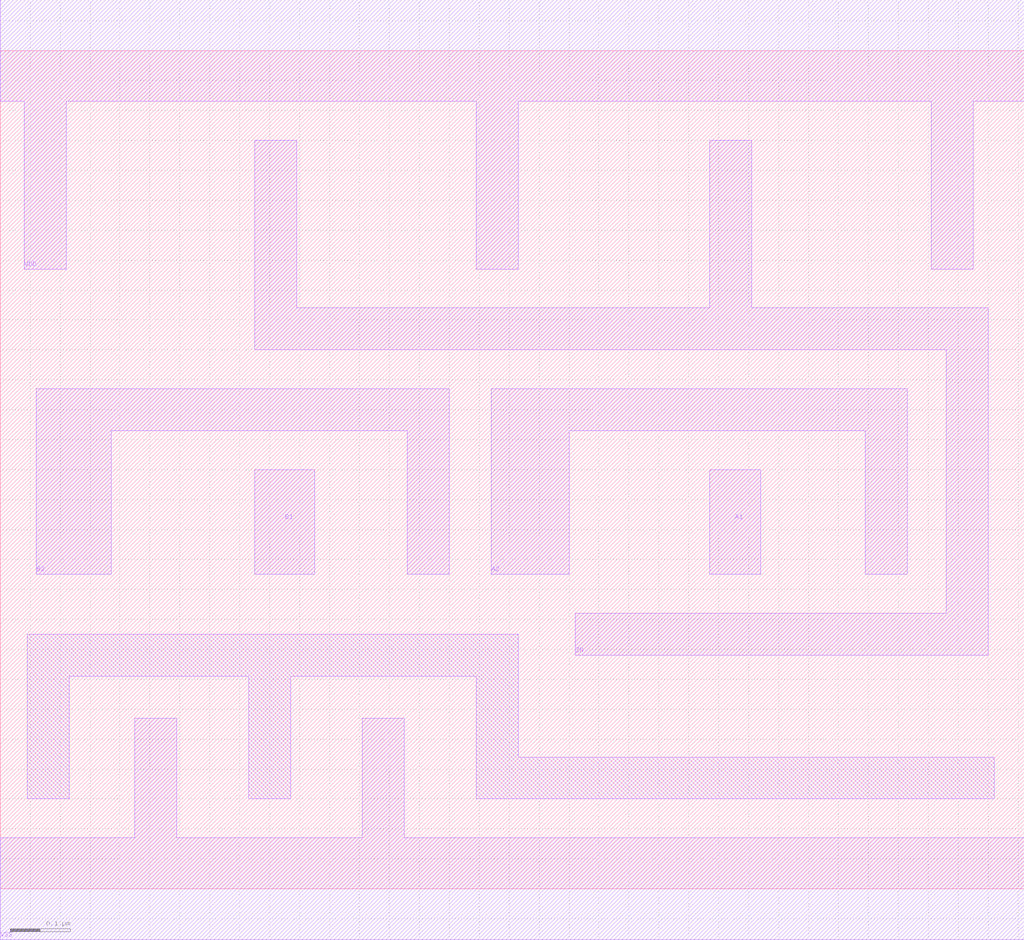
<source format=lef>
# 
# ******************************************************************************
# *                                                                            *
# *                   Copyright (C) 2004-2010, Nangate Inc.                    *
# *                           All rights reserved.                             *
# *                                                                            *
# * Nangate and the Nangate logo are trademarks of Nangate Inc.                *
# *                                                                            *
# * All trademarks, logos, software marks, and trade names (collectively the   *
# * "Marks") in this program are proprietary to Nangate or other respective    *
# * owners that have granted Nangate the right and license to use such Marks.  *
# * You are not permitted to use the Marks without the prior written consent   *
# * of Nangate or such third party that may own the Marks.                     *
# *                                                                            *
# * This file has been provided pursuant to a License Agreement containing     *
# * restrictions on its use. This file contains valuable trade secrets and     *
# * proprietary information of Nangate Inc., and is protected by U.S. and      *
# * international laws and/or treaties.                                        *
# *                                                                            *
# * The copyright notice(s) in this file does not indicate actual or intended  *
# * publication of this file.                                                  *
# *                                                                            *
# *     NGLibraryCreator, v2010.08-HR32-SP3-2010-08-05 - build 1009061800      *
# *                                                                            *
# ******************************************************************************
# 
# 
# Running on brazil06.nangate.com.br for user Giancarlo Franciscatto (gfr).
# Local time is now Fri, 3 Dec 2010, 19:32:18.
# Main process id is 27821.

VERSION 5.6 ;
BUSBITCHARS "[]" ;
DIVIDERCHAR "/" ;

MACRO OAI22_X2
  CLASS core ;
  FOREIGN OAI22_X2 0.0 0.0 ;
  ORIGIN 0 0 ;
  SYMMETRY X Y ;
  SITE FreePDK45_38x28_10R_NP_162NW_34O ;
  SIZE 1.71 BY 1.4 ;
  PIN A1
    DIRECTION INPUT ;
    ANTENNAPARTIALMETALAREA 0.014875 LAYER metal1 ;
    ANTENNAPARTIALMETALSIDEAREA 0.0676 LAYER metal1 ;
    ANTENNAGATEAREA 0.1045 ;
    PORT
      LAYER metal1 ;
        POLYGON 1.185 0.525 1.27 0.525 1.27 0.7 1.185 0.7  ;
    END
  END A1
  PIN A2
    DIRECTION INPUT ;
    ANTENNAPARTIALMETALAREA 0.09665 LAYER metal1 ;
    ANTENNAPARTIALMETALSIDEAREA 0.3237 LAYER metal1 ;
    ANTENNAGATEAREA 0.1045 ;
    PORT
      LAYER metal1 ;
        POLYGON 0.82 0.525 0.95 0.525 0.95 0.765 1.445 0.765 1.445 0.525 1.515 0.525 1.515 0.835 0.82 0.835  ;
    END
  END A2
  PIN B1
    DIRECTION INPUT ;
    ANTENNAPARTIALMETALAREA 0.0175 LAYER metal1 ;
    ANTENNAPARTIALMETALSIDEAREA 0.0715 LAYER metal1 ;
    ANTENNAGATEAREA 0.1045 ;
    PORT
      LAYER metal1 ;
        POLYGON 0.425 0.525 0.525 0.525 0.525 0.7 0.425 0.7  ;
    END
  END B1
  PIN B2
    DIRECTION INPUT ;
    ANTENNAPARTIALMETALAREA 0.0951 LAYER metal1 ;
    ANTENNAPARTIALMETALSIDEAREA 0.3224 LAYER metal1 ;
    ANTENNAGATEAREA 0.1045 ;
    PORT
      LAYER metal1 ;
        POLYGON 0.06 0.525 0.185 0.525 0.185 0.765 0.68 0.765 0.68 0.525 0.75 0.525 0.75 0.835 0.06 0.835  ;
    END
  END B2
  PIN ZN
    DIRECTION OUTPUT ;
    ANTENNAPARTIALMETALAREA 0.20405 LAYER metal1 ;
    ANTENNAPARTIALMETALSIDEAREA 0.7761 LAYER metal1 ;
    ANTENNADIFFAREA 0.2926 ;
    PORT
      LAYER metal1 ;
        POLYGON 0.425 0.9 1.58 0.9 1.58 0.46 0.96 0.46 0.96 0.39 1.65 0.39 1.65 0.97 1.255 0.97 1.255 1.25 1.185 1.25 1.185 0.97 0.495 0.97 0.495 1.25 0.425 1.25  ;
    END
  END ZN
  PIN VDD
    DIRECTION INOUT ;
    USE power ;
    SHAPE ABUTMENT ;
    PORT
      LAYER metal1 ;
        POLYGON 0 1.315 0.04 1.315 0.04 1.035 0.11 1.035 0.11 1.315 0.795 1.315 0.795 1.035 0.865 1.035 0.865 1.315 1.555 1.315 1.555 1.035 1.625 1.035 1.625 1.315 1.66 1.315 1.71 1.315 1.71 1.485 1.66 1.485 0 1.485  ;
    END
  END VDD
  PIN VSS
    DIRECTION INOUT ;
    USE ground ;
    SHAPE ABUTMENT ;
    PORT
      LAYER metal1 ;
        POLYGON 0 -0.085 1.71 -0.085 1.71 0.085 0.675 0.085 0.675 0.285 0.605 0.285 0.605 0.085 0.295 0.085 0.295 0.285 0.225 0.285 0.225 0.085 0 0.085  ;
    END
  END VSS
  OBS
      LAYER metal1 ;
        POLYGON 0.045 0.15 0.115 0.15 0.115 0.355 0.415 0.355 0.415 0.15 0.485 0.15 0.485 0.355 0.795 0.355 0.795 0.15 1.66 0.15 1.66 0.22 0.865 0.22 0.865 0.425 0.045 0.425  ;
  END
END OAI22_X2

END LIBRARY
#
# End of file
#

</source>
